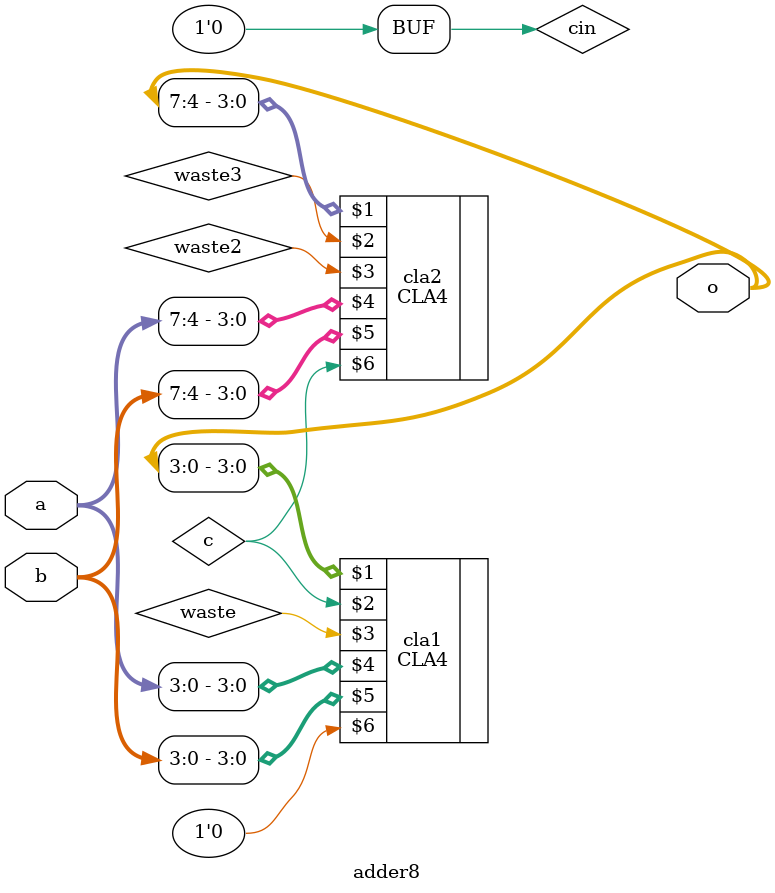
<source format=v>
`timescale 1ns/1ps
module adder8(
    output wire[7:0] o,
    input wire [7:0] a,
    input wire[7:0] b

);
wire c;
wire waste;
wire waste3;
wire cin;
buf(cin,0);
wire waste2;
CLA4 cla1(o[3:0],c,waste,a[3:0],b[3:0],cin);
CLA4 cla2(o[7:4],waste3,waste2,a[7:4],b[7:4],c);
endmodule
</source>
